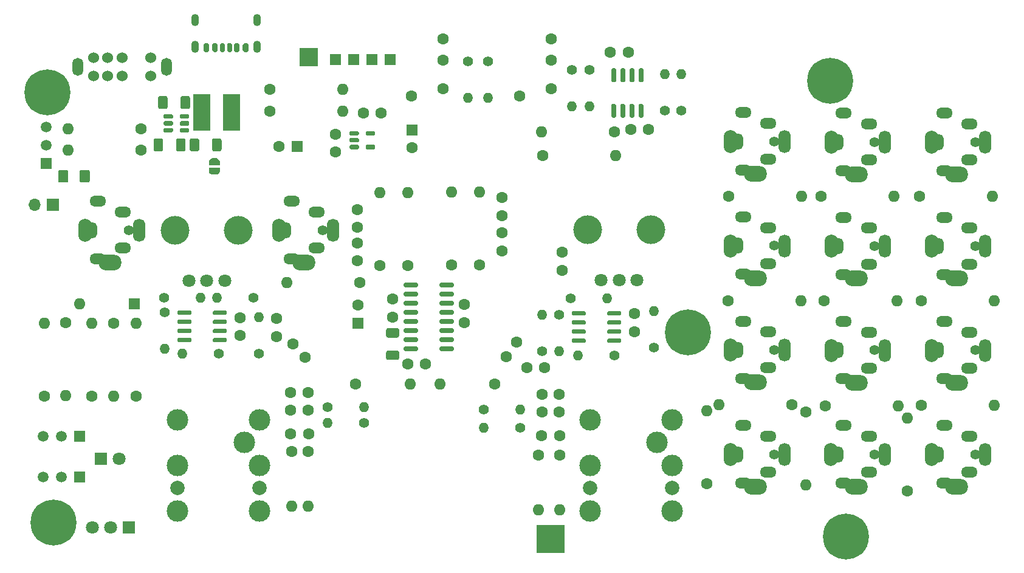
<source format=gts>
G04 #@! TF.GenerationSoftware,KiCad,Pcbnew,9.0.1+1*
G04 #@! TF.CreationDate,2025-10-02T22:25:14+00:00*
G04 #@! TF.ProjectId,spider2,73706964-6572-4322-9e6b-696361645f70,rev?*
G04 #@! TF.SameCoordinates,Original*
G04 #@! TF.FileFunction,Soldermask,Top*
G04 #@! TF.FilePolarity,Negative*
%FSLAX46Y46*%
G04 Gerber Fmt 4.6, Leading zero omitted, Abs format (unit mm)*
G04 Created by KiCad (PCBNEW 9.0.1+1) date 2025-10-02 22:25:14*
%MOMM*%
%LPD*%
G01*
G04 APERTURE LIST*
%ADD10C,1.400000*%
%ADD11O,1.400000X1.400000*%
%ADD12C,1.600000*%
%ADD13O,1.600000X1.600000*%
%ADD14R,1.600000X1.600000*%
%ADD15R,2.500000X2.500000*%
%ADD16O,2.300000X1.500000*%
%ADD17O,1.703200X3.203200*%
%ADD18O,1.903200X3.203200*%
%ADD19O,1.500000X2.300000*%
%ADD20O,3.203200X2.203200*%
%ADD21C,0.800000*%
%ADD22C,6.400000*%
%ADD23C,3.000000*%
%ADD24C,2.000000*%
%ADD25O,1.100000X1.700000*%
%ADD26R,1.500000X1.500000*%
%ADD27C,1.500000*%
%ADD28C,1.524000*%
%ADD29O,1.500000X2.500000*%
%ADD30C,4.000000*%
%ADD31C,1.800000*%
%ADD32R,1.700000X1.700000*%
%ADD33O,1.700000X1.700000*%
%ADD34R,1.800000X1.800000*%
%ADD35R,2.350000X5.100000*%
%ADD36R,4.000000X4.000000*%
G04 APERTURE END LIST*
D10*
X225940000Y-73240000D03*
D11*
X225940000Y-68160000D03*
D12*
X262920000Y-52200000D03*
D13*
X273080000Y-52200000D03*
D12*
X219803450Y-32087766D03*
X222303450Y-32087766D03*
D10*
X214330000Y-66370000D03*
D11*
X219410000Y-66370000D03*
D10*
X227431600Y-40233600D03*
D11*
X227431600Y-35153600D03*
D12*
X187750000Y-61800000D03*
D13*
X187750000Y-51640000D03*
D10*
X220370000Y-74340000D03*
D11*
X215290000Y-74340000D03*
D12*
X263120000Y-81300000D03*
D13*
X273280000Y-81300000D03*
D12*
X177749200Y-87731600D03*
D13*
X177749200Y-95351600D03*
D14*
X192230000Y-42900000D03*
D12*
X192230000Y-45400000D03*
X204750000Y-52350000D03*
X204750000Y-54850000D03*
X204750000Y-59750000D03*
X204750000Y-57250000D03*
D14*
X153475000Y-67125000D03*
D13*
X145855000Y-67125000D03*
D12*
X154433450Y-45747766D03*
D13*
X144273450Y-45747766D03*
D10*
X202800000Y-33400000D03*
D11*
X202800000Y-38480000D03*
D12*
X208175000Y-76050000D03*
X210675000Y-76050000D03*
D15*
X177800000Y-32775000D03*
D16*
X238349112Y-92100000D03*
X241849112Y-90600000D03*
D10*
X242649112Y-88100000D03*
D17*
X244078391Y-88126253D03*
D18*
X236578391Y-88126253D03*
D19*
X237549112Y-88100000D03*
D16*
X238349112Y-84100000D03*
D20*
X240078391Y-92626253D03*
D16*
X241849112Y-85600000D03*
D21*
X248019532Y-36102461D03*
X248722476Y-34405405D03*
X248722476Y-37799517D03*
X250419532Y-33702461D03*
D22*
X250419532Y-36102461D03*
D21*
X250419532Y-38502461D03*
X252116588Y-34405405D03*
X252116588Y-37799517D03*
X252819532Y-36102461D03*
D10*
X157720000Y-68350000D03*
D11*
X157720000Y-73430000D03*
D12*
X199500000Y-69750000D03*
X199500000Y-67250000D03*
D10*
X216890600Y-34518600D03*
D11*
X216890600Y-39598600D03*
D12*
X196550000Y-33200000D03*
X196550000Y-30200000D03*
X192150000Y-38200000D03*
X196550000Y-37200000D03*
X212700000Y-82250000D03*
X212700000Y-79750000D03*
X175620000Y-72700000D03*
X177292827Y-74557862D03*
X175285400Y-85267800D03*
X177785400Y-85267800D03*
X191620000Y-61810000D03*
D13*
X191620000Y-51650000D03*
D12*
X261200000Y-93230000D03*
D13*
X261200000Y-83070000D03*
D12*
X249610000Y-66720000D03*
D13*
X259770000Y-66720000D03*
D23*
X226300000Y-86450000D03*
D24*
X228430000Y-92800000D03*
X217000000Y-92800000D03*
D23*
X217000000Y-96000000D03*
X228430000Y-89650000D03*
X217000000Y-89650000D03*
X228430000Y-96000000D03*
X228430000Y-83300000D03*
X217000000Y-83300000D03*
D12*
X184900000Y-64150000D03*
D13*
X174740000Y-64150000D03*
D23*
X168800000Y-86450000D03*
D24*
X170930000Y-92800000D03*
X159500000Y-92800000D03*
D23*
X159500000Y-96000000D03*
X170930000Y-89650000D03*
X159500000Y-89650000D03*
X170930000Y-96000000D03*
X170930000Y-83300000D03*
X159500000Y-83300000D03*
D12*
X147620000Y-79980000D03*
D13*
X147620000Y-69820000D03*
D12*
X249745000Y-81400000D03*
D13*
X259905000Y-81400000D03*
D10*
X185520000Y-83700000D03*
D11*
X180440000Y-83700000D03*
G36*
G01*
X156190036Y-45650000D02*
X156190036Y-44350000D01*
G75*
G02*
X156440036Y-44100000I250000J0D01*
G01*
X157265036Y-44100000D01*
G75*
G02*
X157515036Y-44350000I0J-250000D01*
G01*
X157515036Y-45650000D01*
G75*
G02*
X157265036Y-45900000I-250000J0D01*
G01*
X156440036Y-45900000D01*
G75*
G02*
X156190036Y-45650000I0J250000D01*
G01*
G37*
G36*
G01*
X159315036Y-45650000D02*
X159315036Y-44350000D01*
G75*
G02*
X159565036Y-44100000I250000J0D01*
G01*
X160390036Y-44100000D01*
G75*
G02*
X160640036Y-44350000I0J-250000D01*
G01*
X160640036Y-45650000D01*
G75*
G02*
X160390036Y-45900000I-250000J0D01*
G01*
X159565036Y-45900000D01*
G75*
G02*
X159315036Y-45650000I0J250000D01*
G01*
G37*
D12*
X249220000Y-52150000D03*
D13*
X259380000Y-52150000D03*
G36*
G01*
X167120000Y-31025000D02*
X167120000Y-31875000D01*
G75*
G02*
X166945000Y-32050000I-175000J0D01*
G01*
X166595000Y-32050000D01*
G75*
G02*
X166420000Y-31875000I0J175000D01*
G01*
X166420000Y-31025000D01*
G75*
G02*
X166595000Y-30850000I175000J0D01*
G01*
X166945000Y-30850000D01*
G75*
G02*
X167120000Y-31025000I0J-175000D01*
G01*
G37*
G36*
G01*
X164370000Y-31860000D02*
X164370000Y-31040000D01*
G75*
G02*
X164560000Y-30850000I190000J0D01*
G01*
X164940000Y-30850000D01*
G75*
G02*
X165130000Y-31040000I0J-190000D01*
G01*
X165130000Y-31860000D01*
G75*
G02*
X164940000Y-32050000I-190000J0D01*
G01*
X164560000Y-32050000D01*
G75*
G02*
X164370000Y-31860000I0J190000D01*
G01*
G37*
G36*
G01*
X163120000Y-31850000D02*
X163120000Y-31050000D01*
G75*
G02*
X163320000Y-30850000I200000J0D01*
G01*
X163720000Y-30850000D01*
G75*
G02*
X163920000Y-31050000I0J-200000D01*
G01*
X163920000Y-31850000D01*
G75*
G02*
X163720000Y-32050000I-200000J0D01*
G01*
X163320000Y-32050000D01*
G75*
G02*
X163120000Y-31850000I0J200000D01*
G01*
G37*
G36*
G01*
X165420000Y-31875000D02*
X165420000Y-31025000D01*
G75*
G02*
X165595000Y-30850000I175000J0D01*
G01*
X165945000Y-30850000D01*
G75*
G02*
X166120000Y-31025000I0J-175000D01*
G01*
X166120000Y-31875000D01*
G75*
G02*
X165945000Y-32050000I-175000J0D01*
G01*
X165595000Y-32050000D01*
G75*
G02*
X165420000Y-31875000I0J175000D01*
G01*
G37*
G36*
G01*
X168170000Y-31040000D02*
X168170000Y-31860000D01*
G75*
G02*
X167980000Y-32050000I-190000J0D01*
G01*
X167600000Y-32050000D01*
G75*
G02*
X167410000Y-31860000I0J190000D01*
G01*
X167410000Y-31040000D01*
G75*
G02*
X167600000Y-30850000I190000J0D01*
G01*
X167980000Y-30850000D01*
G75*
G02*
X168170000Y-31040000I0J-190000D01*
G01*
G37*
G36*
G01*
X169420000Y-31050000D02*
X169420000Y-31850000D01*
G75*
G02*
X169220000Y-32050000I-200000J0D01*
G01*
X168820000Y-32050000D01*
G75*
G02*
X168620000Y-31850000I0J200000D01*
G01*
X168620000Y-31050000D01*
G75*
G02*
X168820000Y-30850000I200000J0D01*
G01*
X169220000Y-30850000D01*
G75*
G02*
X169420000Y-31050000I0J-200000D01*
G01*
G37*
D25*
X170590000Y-31370000D03*
X170590000Y-27570000D03*
X161950000Y-31370000D03*
X161950000Y-27570000D03*
G36*
G01*
X147293450Y-48742767D02*
X147293450Y-49992765D01*
G75*
G02*
X147043449Y-50242766I-250001J0D01*
G01*
X146118451Y-50242766D01*
G75*
G02*
X145868450Y-49992765I0J250001D01*
G01*
X145868450Y-48742767D01*
G75*
G02*
X146118451Y-48492766I250001J0D01*
G01*
X147043449Y-48492766D01*
G75*
G02*
X147293450Y-48742767I0J-250001D01*
G01*
G37*
G36*
G01*
X144318450Y-48742767D02*
X144318450Y-49992765D01*
G75*
G02*
X144068449Y-50242766I-250001J0D01*
G01*
X143143451Y-50242766D01*
G75*
G02*
X142893450Y-49992765I0J250001D01*
G01*
X142893450Y-48742767D01*
G75*
G02*
X143143451Y-48492766I250001J0D01*
G01*
X144068449Y-48492766D01*
G75*
G02*
X144318450Y-48742767I0J-250001D01*
G01*
G37*
D12*
X203708000Y-78282800D03*
D13*
X196088000Y-78282800D03*
D12*
X201600000Y-61700000D03*
D13*
X201600000Y-51540000D03*
D10*
X229743000Y-40233600D03*
D11*
X229743000Y-35153600D03*
D12*
X236195000Y-66725000D03*
D13*
X246355000Y-66725000D03*
D14*
X176192380Y-45200000D03*
D12*
X173692380Y-45200000D03*
X191581400Y-75514200D03*
X194081400Y-75514200D03*
X143980000Y-69810000D03*
D13*
X143980000Y-79970000D03*
D12*
X181500000Y-43500000D03*
X181500000Y-46000000D03*
X247100000Y-82250000D03*
D13*
X247100000Y-92410000D03*
D10*
X210350000Y-73715000D03*
D11*
X210350000Y-68635000D03*
D16*
X238350000Y-63033333D03*
X241850000Y-61533333D03*
D10*
X242650000Y-59033333D03*
D17*
X244079279Y-59059586D03*
D18*
X236579279Y-59059586D03*
D19*
X237550000Y-59033333D03*
D16*
X238350000Y-55033333D03*
D20*
X240079279Y-63559586D03*
D16*
X241850000Y-56533333D03*
G36*
G01*
X214450000Y-68620000D02*
X214450000Y-68320000D01*
G75*
G02*
X214600000Y-68170000I150000J0D01*
G01*
X216250000Y-68170000D01*
G75*
G02*
X216400000Y-68320000I0J-150000D01*
G01*
X216400000Y-68620000D01*
G75*
G02*
X216250000Y-68770000I-150000J0D01*
G01*
X214600000Y-68770000D01*
G75*
G02*
X214450000Y-68620000I0J150000D01*
G01*
G37*
G36*
G01*
X214450000Y-69890000D02*
X214450000Y-69590000D01*
G75*
G02*
X214600000Y-69440000I150000J0D01*
G01*
X216250000Y-69440000D01*
G75*
G02*
X216400000Y-69590000I0J-150000D01*
G01*
X216400000Y-69890000D01*
G75*
G02*
X216250000Y-70040000I-150000J0D01*
G01*
X214600000Y-70040000D01*
G75*
G02*
X214450000Y-69890000I0J150000D01*
G01*
G37*
G36*
G01*
X214450000Y-71160000D02*
X214450000Y-70860000D01*
G75*
G02*
X214600000Y-70710000I150000J0D01*
G01*
X216250000Y-70710000D01*
G75*
G02*
X216400000Y-70860000I0J-150000D01*
G01*
X216400000Y-71160000D01*
G75*
G02*
X216250000Y-71310000I-150000J0D01*
G01*
X214600000Y-71310000D01*
G75*
G02*
X214450000Y-71160000I0J150000D01*
G01*
G37*
G36*
G01*
X214450000Y-72430000D02*
X214450000Y-72130000D01*
G75*
G02*
X214600000Y-71980000I150000J0D01*
G01*
X216250000Y-71980000D01*
G75*
G02*
X216400000Y-72130000I0J-150000D01*
G01*
X216400000Y-72430000D01*
G75*
G02*
X216250000Y-72580000I-150000J0D01*
G01*
X214600000Y-72580000D01*
G75*
G02*
X214450000Y-72430000I0J150000D01*
G01*
G37*
G36*
G01*
X219400000Y-72430000D02*
X219400000Y-72130000D01*
G75*
G02*
X219550000Y-71980000I150000J0D01*
G01*
X221200000Y-71980000D01*
G75*
G02*
X221350000Y-72130000I0J-150000D01*
G01*
X221350000Y-72430000D01*
G75*
G02*
X221200000Y-72580000I-150000J0D01*
G01*
X219550000Y-72580000D01*
G75*
G02*
X219400000Y-72430000I0J150000D01*
G01*
G37*
G36*
G01*
X219400000Y-71160000D02*
X219400000Y-70860000D01*
G75*
G02*
X219550000Y-70710000I150000J0D01*
G01*
X221200000Y-70710000D01*
G75*
G02*
X221350000Y-70860000I0J-150000D01*
G01*
X221350000Y-71160000D01*
G75*
G02*
X221200000Y-71310000I-150000J0D01*
G01*
X219550000Y-71310000D01*
G75*
G02*
X219400000Y-71160000I0J150000D01*
G01*
G37*
G36*
G01*
X219400000Y-69890000D02*
X219400000Y-69590000D01*
G75*
G02*
X219550000Y-69440000I150000J0D01*
G01*
X221200000Y-69440000D01*
G75*
G02*
X221350000Y-69590000I0J-150000D01*
G01*
X221350000Y-69890000D01*
G75*
G02*
X221200000Y-70040000I-150000J0D01*
G01*
X219550000Y-70040000D01*
G75*
G02*
X219400000Y-69890000I0J150000D01*
G01*
G37*
G36*
G01*
X219400000Y-68620000D02*
X219400000Y-68320000D01*
G75*
G02*
X219550000Y-68170000I150000J0D01*
G01*
X221200000Y-68170000D01*
G75*
G02*
X221350000Y-68320000I0J-150000D01*
G01*
X221350000Y-68620000D01*
G75*
G02*
X221200000Y-68770000I-150000J0D01*
G01*
X219550000Y-68770000D01*
G75*
G02*
X219400000Y-68620000I0J150000D01*
G01*
G37*
D26*
X145860000Y-85630000D03*
D27*
X143320000Y-85630000D03*
X140780000Y-85630000D03*
D12*
X173325000Y-69175000D03*
X173325000Y-71675000D03*
X175285400Y-81991200D03*
X175285400Y-79491200D03*
X210388200Y-46456600D03*
D13*
X220548200Y-46456600D03*
D26*
X189176000Y-33075000D03*
D16*
X238350000Y-77566666D03*
X241850000Y-76066666D03*
D10*
X242650000Y-73566666D03*
D17*
X244079279Y-73592919D03*
D18*
X236579279Y-73592919D03*
D19*
X237550000Y-73566666D03*
D16*
X238350000Y-69566666D03*
D20*
X240079279Y-78092919D03*
D16*
X241850000Y-71066666D03*
X175424065Y-60868249D03*
X178924065Y-59368249D03*
D10*
X179724065Y-56868249D03*
D17*
X181153344Y-56894502D03*
D18*
X173653344Y-56894502D03*
D19*
X174624065Y-56868249D03*
D16*
X175424065Y-52868249D03*
D20*
X177153344Y-61394502D03*
D16*
X178924065Y-54368249D03*
D21*
X228260142Y-71088261D03*
X228963086Y-69391205D03*
X228963086Y-72785317D03*
X230660142Y-68688261D03*
D22*
X230660142Y-71088261D03*
D21*
X230660142Y-73488261D03*
X232357198Y-69391205D03*
X232357198Y-72785317D03*
X233060142Y-71088261D03*
D12*
X154413450Y-42747766D03*
D13*
X144253450Y-42747766D03*
G36*
X163917400Y-47850000D02*
G01*
X163917400Y-47350000D01*
X163921678Y-47350000D01*
X163921678Y-47284737D01*
X163955460Y-47158658D01*
X164020723Y-47045619D01*
X164113019Y-46953323D01*
X164226058Y-46888060D01*
X164352137Y-46854278D01*
X164417400Y-46854278D01*
X164417400Y-46850000D01*
X164917400Y-46850000D01*
X164917400Y-46854278D01*
X164982663Y-46854278D01*
X165108742Y-46888060D01*
X165221781Y-46953323D01*
X165314077Y-47045619D01*
X165379340Y-47158658D01*
X165413122Y-47284737D01*
X165413122Y-47350000D01*
X165417400Y-47350000D01*
X165417400Y-47850000D01*
X163917400Y-47850000D01*
G37*
G36*
X165413122Y-48650000D02*
G01*
X165413122Y-48715263D01*
X165379340Y-48841342D01*
X165314077Y-48954381D01*
X165221781Y-49046677D01*
X165108742Y-49111940D01*
X164982663Y-49145722D01*
X164917400Y-49145722D01*
X164917400Y-49150000D01*
X164417400Y-49150000D01*
X164417400Y-49145722D01*
X164352137Y-49145722D01*
X164226058Y-49111940D01*
X164113019Y-49046677D01*
X164020723Y-48954381D01*
X163955460Y-48841342D01*
X163921678Y-48715263D01*
X163921678Y-48650000D01*
X163917400Y-48650000D01*
X163917400Y-48150000D01*
X165417400Y-48150000D01*
X165417400Y-48650000D01*
X165413122Y-48650000D01*
G37*
D16*
X266350000Y-48600000D03*
X269850000Y-47100000D03*
D10*
X270650000Y-44600000D03*
D17*
X272079279Y-44626253D03*
D18*
X264579279Y-44626253D03*
D19*
X265550000Y-44600000D03*
D16*
X266350000Y-40600000D03*
D20*
X268079279Y-49126253D03*
D16*
X269850000Y-42100000D03*
D12*
X184550000Y-56500000D03*
X184550000Y-54000000D03*
D28*
X147803450Y-32877766D03*
X149803450Y-32877766D03*
X151803450Y-32877766D03*
X155803450Y-32877766D03*
X147803450Y-35377766D03*
X149803450Y-35377766D03*
X151803450Y-35377766D03*
X155803450Y-35377766D03*
D29*
X157953450Y-34127766D03*
X145653450Y-34127766D03*
D26*
X181571000Y-33075000D03*
D10*
X202200000Y-81900000D03*
D11*
X207280000Y-81900000D03*
D30*
X159200000Y-56900000D03*
X168000000Y-56900000D03*
D31*
X166100000Y-63900000D03*
X163600000Y-63900000D03*
X161100000Y-63900000D03*
D12*
X206779532Y-72445529D03*
X205310069Y-74468071D03*
X189500000Y-69000000D03*
X189500000Y-66500000D03*
D26*
X184111000Y-33075000D03*
D12*
X172390000Y-37220000D03*
D13*
X182550000Y-37220000D03*
D12*
X175420000Y-87731600D03*
D13*
X175420000Y-95351600D03*
D26*
X186651000Y-33075000D03*
X145860000Y-91247766D03*
D27*
X143320000Y-91247766D03*
X140780000Y-91247766D03*
D12*
X150660000Y-69820000D03*
D13*
X150660000Y-79980000D03*
D16*
X266350000Y-77600000D03*
X269850000Y-76100000D03*
D10*
X270650000Y-73600000D03*
D17*
X272079279Y-73626253D03*
D18*
X264579279Y-73626253D03*
D19*
X265550000Y-73600000D03*
D16*
X266350000Y-69600000D03*
D20*
X268079279Y-78126253D03*
D16*
X269850000Y-71100000D03*
D10*
X157675000Y-66325000D03*
D11*
X162754999Y-66325000D03*
D32*
X142163450Y-53347766D03*
D33*
X139623450Y-53347766D03*
D12*
X187900000Y-40600000D03*
X185400000Y-40600000D03*
X172390000Y-40270000D03*
D13*
X182550000Y-40270000D03*
D21*
X250250000Y-99550000D03*
X250952944Y-97852944D03*
X250952944Y-101247056D03*
X252650000Y-97150000D03*
D22*
X252650000Y-99550000D03*
D21*
X252650000Y-101950000D03*
X254347056Y-97852944D03*
X254347056Y-101247056D03*
X255050000Y-99550000D03*
D12*
X209770000Y-88200000D03*
D13*
X209770000Y-95820000D03*
G36*
G01*
X183470000Y-43550000D02*
X183470000Y-43250000D01*
G75*
G02*
X183620000Y-43100000I150000J0D01*
G01*
X184645000Y-43100000D01*
G75*
G02*
X184795000Y-43250000I0J-150000D01*
G01*
X184795000Y-43550000D01*
G75*
G02*
X184645000Y-43700000I-150000J0D01*
G01*
X183620000Y-43700000D01*
G75*
G02*
X183470000Y-43550000I0J150000D01*
G01*
G37*
G36*
G01*
X183470000Y-44500000D02*
X183470000Y-44200000D01*
G75*
G02*
X183620000Y-44050000I150000J0D01*
G01*
X184645000Y-44050000D01*
G75*
G02*
X184795000Y-44200000I0J-150000D01*
G01*
X184795000Y-44500000D01*
G75*
G02*
X184645000Y-44650000I-150000J0D01*
G01*
X183620000Y-44650000D01*
G75*
G02*
X183470000Y-44500000I0J150000D01*
G01*
G37*
G36*
G01*
X183470000Y-45450000D02*
X183470000Y-45150000D01*
G75*
G02*
X183620000Y-45000000I150000J0D01*
G01*
X184645000Y-45000000D01*
G75*
G02*
X184795000Y-45150000I0J-150000D01*
G01*
X184795000Y-45450000D01*
G75*
G02*
X184645000Y-45600000I-150000J0D01*
G01*
X183620000Y-45600000D01*
G75*
G02*
X183470000Y-45450000I0J150000D01*
G01*
G37*
G36*
G01*
X185745000Y-45450000D02*
X185745000Y-45150000D01*
G75*
G02*
X185895000Y-45000000I150000J0D01*
G01*
X186920000Y-45000000D01*
G75*
G02*
X187070000Y-45150000I0J-150000D01*
G01*
X187070000Y-45450000D01*
G75*
G02*
X186920000Y-45600000I-150000J0D01*
G01*
X185895000Y-45600000D01*
G75*
G02*
X185745000Y-45450000I0J150000D01*
G01*
G37*
G36*
G01*
X185745000Y-43550000D02*
X185745000Y-43250000D01*
G75*
G02*
X185895000Y-43100000I150000J0D01*
G01*
X186920000Y-43100000D01*
G75*
G02*
X187070000Y-43250000I0J-150000D01*
G01*
X187070000Y-43550000D01*
G75*
G02*
X186920000Y-43700000I-150000J0D01*
G01*
X185895000Y-43700000D01*
G75*
G02*
X185745000Y-43550000I0J150000D01*
G01*
G37*
D12*
X236270000Y-52150000D03*
D13*
X246430000Y-52150000D03*
D10*
X214477600Y-34544000D03*
D11*
X214477600Y-39624000D03*
D12*
X211550000Y-33200000D03*
X211550000Y-30200000D03*
X207150000Y-38200000D03*
X211550000Y-37200000D03*
D16*
X266350000Y-63100000D03*
X269850000Y-61600000D03*
D10*
X270650000Y-59100000D03*
D17*
X272079279Y-59126253D03*
D18*
X264579279Y-59126253D03*
D19*
X265550000Y-59100000D03*
D16*
X266350000Y-55100000D03*
D20*
X268079279Y-63626253D03*
D16*
X269850000Y-56600000D03*
X238350000Y-48500000D03*
X241850000Y-47000000D03*
D10*
X242650000Y-44500000D03*
D17*
X244079279Y-44526253D03*
D18*
X236579279Y-44526253D03*
D19*
X237550000Y-44500000D03*
D16*
X238350000Y-40500000D03*
D20*
X240079279Y-49026253D03*
D16*
X241850000Y-42000000D03*
G36*
G01*
X220458400Y-41219800D02*
X220158400Y-41219800D01*
G75*
G02*
X220008400Y-41069800I0J150000D01*
G01*
X220008400Y-39419800D01*
G75*
G02*
X220158400Y-39269800I150000J0D01*
G01*
X220458400Y-39269800D01*
G75*
G02*
X220608400Y-39419800I0J-150000D01*
G01*
X220608400Y-41069800D01*
G75*
G02*
X220458400Y-41219800I-150000J0D01*
G01*
G37*
G36*
G01*
X221728400Y-41219800D02*
X221428400Y-41219800D01*
G75*
G02*
X221278400Y-41069800I0J150000D01*
G01*
X221278400Y-39419800D01*
G75*
G02*
X221428400Y-39269800I150000J0D01*
G01*
X221728400Y-39269800D01*
G75*
G02*
X221878400Y-39419800I0J-150000D01*
G01*
X221878400Y-41069800D01*
G75*
G02*
X221728400Y-41219800I-150000J0D01*
G01*
G37*
G36*
G01*
X222998400Y-41219800D02*
X222698400Y-41219800D01*
G75*
G02*
X222548400Y-41069800I0J150000D01*
G01*
X222548400Y-39419800D01*
G75*
G02*
X222698400Y-39269800I150000J0D01*
G01*
X222998400Y-39269800D01*
G75*
G02*
X223148400Y-39419800I0J-150000D01*
G01*
X223148400Y-41069800D01*
G75*
G02*
X222998400Y-41219800I-150000J0D01*
G01*
G37*
G36*
G01*
X224268400Y-41219800D02*
X223968400Y-41219800D01*
G75*
G02*
X223818400Y-41069800I0J150000D01*
G01*
X223818400Y-39419800D01*
G75*
G02*
X223968400Y-39269800I150000J0D01*
G01*
X224268400Y-39269800D01*
G75*
G02*
X224418400Y-39419800I0J-150000D01*
G01*
X224418400Y-41069800D01*
G75*
G02*
X224268400Y-41219800I-150000J0D01*
G01*
G37*
G36*
G01*
X224268400Y-36269800D02*
X223968400Y-36269800D01*
G75*
G02*
X223818400Y-36119800I0J150000D01*
G01*
X223818400Y-34469800D01*
G75*
G02*
X223968400Y-34319800I150000J0D01*
G01*
X224268400Y-34319800D01*
G75*
G02*
X224418400Y-34469800I0J-150000D01*
G01*
X224418400Y-36119800D01*
G75*
G02*
X224268400Y-36269800I-150000J0D01*
G01*
G37*
G36*
G01*
X222998400Y-36269800D02*
X222698400Y-36269800D01*
G75*
G02*
X222548400Y-36119800I0J150000D01*
G01*
X222548400Y-34469800D01*
G75*
G02*
X222698400Y-34319800I150000J0D01*
G01*
X222998400Y-34319800D01*
G75*
G02*
X223148400Y-34469800I0J-150000D01*
G01*
X223148400Y-36119800D01*
G75*
G02*
X222998400Y-36269800I-150000J0D01*
G01*
G37*
G36*
G01*
X221728400Y-36269800D02*
X221428400Y-36269800D01*
G75*
G02*
X221278400Y-36119800I0J150000D01*
G01*
X221278400Y-34469800D01*
G75*
G02*
X221428400Y-34319800I150000J0D01*
G01*
X221728400Y-34319800D01*
G75*
G02*
X221878400Y-34469800I0J-150000D01*
G01*
X221878400Y-36119800D01*
G75*
G02*
X221728400Y-36269800I-150000J0D01*
G01*
G37*
G36*
G01*
X220458400Y-36269800D02*
X220158400Y-36269800D01*
G75*
G02*
X220008400Y-36119800I0J150000D01*
G01*
X220008400Y-34469800D01*
G75*
G02*
X220158400Y-34319800I150000J0D01*
G01*
X220458400Y-34319800D01*
G75*
G02*
X220608400Y-34469800I0J-150000D01*
G01*
X220608400Y-36119800D01*
G75*
G02*
X220458400Y-36269800I-150000J0D01*
G01*
G37*
D12*
X263120000Y-66750000D03*
D13*
X273280000Y-66750000D03*
D12*
X233260000Y-92180000D03*
D13*
X233260000Y-82020000D03*
D16*
X252350000Y-63100000D03*
X255850000Y-61600000D03*
D10*
X256650000Y-59100000D03*
D17*
X258079279Y-59126253D03*
D18*
X250579279Y-59126253D03*
D19*
X251550000Y-59100000D03*
D16*
X252350000Y-55100000D03*
D20*
X254079279Y-63626253D03*
D16*
X255850000Y-56600000D03*
D10*
X170825000Y-74125000D03*
D11*
X170825000Y-69045000D03*
D16*
X252350000Y-77600000D03*
X255850000Y-76100000D03*
D10*
X256650000Y-73600000D03*
D17*
X258079279Y-73626253D03*
D18*
X250579279Y-73626253D03*
D19*
X251550000Y-73600000D03*
D16*
X252350000Y-69600000D03*
D20*
X254079279Y-78126253D03*
D16*
X255850000Y-71100000D03*
X252350000Y-48600000D03*
X255850000Y-47100000D03*
D10*
X256650000Y-44600000D03*
D17*
X258079279Y-44626253D03*
D18*
X250579279Y-44626253D03*
D19*
X251550000Y-44600000D03*
D16*
X252350000Y-40600000D03*
D20*
X254079279Y-49126253D03*
D16*
X255850000Y-42100000D03*
D10*
X212675000Y-68670000D03*
D11*
X212675000Y-73750000D03*
D10*
X170125000Y-66300000D03*
D11*
X165045000Y-66300000D03*
D12*
X225176400Y-42849800D03*
X222676400Y-42849800D03*
X184550000Y-58650000D03*
X184550000Y-61150000D03*
D16*
X148415198Y-60869712D03*
X151915198Y-59369712D03*
D10*
X152715198Y-56869712D03*
D17*
X154144477Y-56895965D03*
D18*
X146644477Y-56895965D03*
D19*
X147615198Y-56869712D03*
D16*
X148415198Y-52869712D03*
D20*
X150144477Y-61395965D03*
D16*
X151915198Y-54369712D03*
D12*
X168249600Y-71588000D03*
X168249600Y-69088000D03*
D10*
X165270000Y-74100000D03*
D11*
X160190000Y-74100000D03*
D16*
X252349112Y-92100000D03*
X255849112Y-90600000D03*
D10*
X256649112Y-88100000D03*
D17*
X258078391Y-88126253D03*
D18*
X250578391Y-88126253D03*
D19*
X251549112Y-88100000D03*
D16*
X252349112Y-84100000D03*
D20*
X254078391Y-92626253D03*
D16*
X255849112Y-85600000D03*
X266350000Y-92100000D03*
X269850000Y-90600000D03*
D10*
X270650000Y-88100000D03*
D17*
X272079279Y-88126253D03*
D18*
X264579279Y-88126253D03*
D19*
X265550000Y-88100000D03*
D16*
X266350000Y-84100000D03*
D20*
X268079279Y-92626253D03*
D16*
X269850000Y-85600000D03*
D12*
X177698400Y-81991200D03*
X177698400Y-79491200D03*
G36*
G01*
X161267400Y-38450000D02*
X161267400Y-39750000D01*
G75*
G02*
X161017400Y-40000000I-250000J0D01*
G01*
X160192400Y-40000000D01*
G75*
G02*
X159942400Y-39750000I0J250000D01*
G01*
X159942400Y-38450000D01*
G75*
G02*
X160192400Y-38200000I250000J0D01*
G01*
X161017400Y-38200000D01*
G75*
G02*
X161267400Y-38450000I0J-250000D01*
G01*
G37*
G36*
G01*
X158142400Y-38450000D02*
X158142400Y-39750000D01*
G75*
G02*
X157892400Y-40000000I-250000J0D01*
G01*
X157067400Y-40000000D01*
G75*
G02*
X156817400Y-39750000I0J250000D01*
G01*
X156817400Y-38450000D01*
G75*
G02*
X157067400Y-38200000I250000J0D01*
G01*
X157892400Y-38200000D01*
G75*
G02*
X158142400Y-38450000I0J-250000D01*
G01*
G37*
X153730000Y-79980000D03*
D13*
X153730000Y-69820000D03*
D12*
X184300000Y-78300000D03*
D13*
X191920000Y-78300000D03*
G36*
G01*
X161217400Y-45650778D02*
X161217400Y-44350778D01*
G75*
G02*
X161467400Y-44100778I250000J0D01*
G01*
X162292400Y-44100778D01*
G75*
G02*
X162542400Y-44350778I0J-250000D01*
G01*
X162542400Y-45650778D01*
G75*
G02*
X162292400Y-45900778I-250000J0D01*
G01*
X161467400Y-45900778D01*
G75*
G02*
X161217400Y-45650778I0J250000D01*
G01*
G37*
G36*
G01*
X164342400Y-45650778D02*
X164342400Y-44350778D01*
G75*
G02*
X164592400Y-44100778I250000J0D01*
G01*
X165417400Y-44100778D01*
G75*
G02*
X165667400Y-44350778I0J-250000D01*
G01*
X165667400Y-45650778D01*
G75*
G02*
X165417400Y-45900778I-250000J0D01*
G01*
X164592400Y-45900778D01*
G75*
G02*
X164342400Y-45650778I0J250000D01*
G01*
G37*
D34*
X148875000Y-88725000D03*
D31*
X151415000Y-88725000D03*
D10*
X200000000Y-33400000D03*
D11*
X200000000Y-38480000D03*
G36*
G01*
X191050000Y-64670000D02*
X191050000Y-64370000D01*
G75*
G02*
X191200000Y-64220000I150000J0D01*
G01*
X192900000Y-64220000D01*
G75*
G02*
X193050000Y-64370000I0J-150000D01*
G01*
X193050000Y-64670000D01*
G75*
G02*
X192900000Y-64820000I-150000J0D01*
G01*
X191200000Y-64820000D01*
G75*
G02*
X191050000Y-64670000I0J150000D01*
G01*
G37*
G36*
G01*
X191050000Y-65940000D02*
X191050000Y-65640000D01*
G75*
G02*
X191200000Y-65490000I150000J0D01*
G01*
X192900000Y-65490000D01*
G75*
G02*
X193050000Y-65640000I0J-150000D01*
G01*
X193050000Y-65940000D01*
G75*
G02*
X192900000Y-66090000I-150000J0D01*
G01*
X191200000Y-66090000D01*
G75*
G02*
X191050000Y-65940000I0J150000D01*
G01*
G37*
G36*
G01*
X191050000Y-67210000D02*
X191050000Y-66910000D01*
G75*
G02*
X191200000Y-66760000I150000J0D01*
G01*
X192900000Y-66760000D01*
G75*
G02*
X193050000Y-66910000I0J-150000D01*
G01*
X193050000Y-67210000D01*
G75*
G02*
X192900000Y-67360000I-150000J0D01*
G01*
X191200000Y-67360000D01*
G75*
G02*
X191050000Y-67210000I0J150000D01*
G01*
G37*
G36*
G01*
X191050000Y-68480000D02*
X191050000Y-68180000D01*
G75*
G02*
X191200000Y-68030000I150000J0D01*
G01*
X192900000Y-68030000D01*
G75*
G02*
X193050000Y-68180000I0J-150000D01*
G01*
X193050000Y-68480000D01*
G75*
G02*
X192900000Y-68630000I-150000J0D01*
G01*
X191200000Y-68630000D01*
G75*
G02*
X191050000Y-68480000I0J150000D01*
G01*
G37*
G36*
G01*
X191050000Y-69750000D02*
X191050000Y-69450000D01*
G75*
G02*
X191200000Y-69300000I150000J0D01*
G01*
X192900000Y-69300000D01*
G75*
G02*
X193050000Y-69450000I0J-150000D01*
G01*
X193050000Y-69750000D01*
G75*
G02*
X192900000Y-69900000I-150000J0D01*
G01*
X191200000Y-69900000D01*
G75*
G02*
X191050000Y-69750000I0J150000D01*
G01*
G37*
G36*
G01*
X191050000Y-71020000D02*
X191050000Y-70720000D01*
G75*
G02*
X191200000Y-70570000I150000J0D01*
G01*
X192900000Y-70570000D01*
G75*
G02*
X193050000Y-70720000I0J-150000D01*
G01*
X193050000Y-71020000D01*
G75*
G02*
X192900000Y-71170000I-150000J0D01*
G01*
X191200000Y-71170000D01*
G75*
G02*
X191050000Y-71020000I0J150000D01*
G01*
G37*
G36*
G01*
X191050000Y-72290000D02*
X191050000Y-71990000D01*
G75*
G02*
X191200000Y-71840000I150000J0D01*
G01*
X192900000Y-71840000D01*
G75*
G02*
X193050000Y-71990000I0J-150000D01*
G01*
X193050000Y-72290000D01*
G75*
G02*
X192900000Y-72440000I-150000J0D01*
G01*
X191200000Y-72440000D01*
G75*
G02*
X191050000Y-72290000I0J150000D01*
G01*
G37*
G36*
G01*
X191050000Y-73560000D02*
X191050000Y-73260000D01*
G75*
G02*
X191200000Y-73110000I150000J0D01*
G01*
X192900000Y-73110000D01*
G75*
G02*
X193050000Y-73260000I0J-150000D01*
G01*
X193050000Y-73560000D01*
G75*
G02*
X192900000Y-73710000I-150000J0D01*
G01*
X191200000Y-73710000D01*
G75*
G02*
X191050000Y-73560000I0J150000D01*
G01*
G37*
G36*
G01*
X196050000Y-73560000D02*
X196050000Y-73260000D01*
G75*
G02*
X196200000Y-73110000I150000J0D01*
G01*
X197900000Y-73110000D01*
G75*
G02*
X198050000Y-73260000I0J-150000D01*
G01*
X198050000Y-73560000D01*
G75*
G02*
X197900000Y-73710000I-150000J0D01*
G01*
X196200000Y-73710000D01*
G75*
G02*
X196050000Y-73560000I0J150000D01*
G01*
G37*
G36*
G01*
X196050000Y-72290000D02*
X196050000Y-71990000D01*
G75*
G02*
X196200000Y-71840000I150000J0D01*
G01*
X197900000Y-71840000D01*
G75*
G02*
X198050000Y-71990000I0J-150000D01*
G01*
X198050000Y-72290000D01*
G75*
G02*
X197900000Y-72440000I-150000J0D01*
G01*
X196200000Y-72440000D01*
G75*
G02*
X196050000Y-72290000I0J150000D01*
G01*
G37*
G36*
G01*
X196050000Y-71020000D02*
X196050000Y-70720000D01*
G75*
G02*
X196200000Y-70570000I150000J0D01*
G01*
X197900000Y-70570000D01*
G75*
G02*
X198050000Y-70720000I0J-150000D01*
G01*
X198050000Y-71020000D01*
G75*
G02*
X197900000Y-71170000I-150000J0D01*
G01*
X196200000Y-71170000D01*
G75*
G02*
X196050000Y-71020000I0J150000D01*
G01*
G37*
G36*
G01*
X196050000Y-69750000D02*
X196050000Y-69450000D01*
G75*
G02*
X196200000Y-69300000I150000J0D01*
G01*
X197900000Y-69300000D01*
G75*
G02*
X198050000Y-69450000I0J-150000D01*
G01*
X198050000Y-69750000D01*
G75*
G02*
X197900000Y-69900000I-150000J0D01*
G01*
X196200000Y-69900000D01*
G75*
G02*
X196050000Y-69750000I0J150000D01*
G01*
G37*
G36*
G01*
X196050000Y-68480000D02*
X196050000Y-68180000D01*
G75*
G02*
X196200000Y-68030000I150000J0D01*
G01*
X197900000Y-68030000D01*
G75*
G02*
X198050000Y-68180000I0J-150000D01*
G01*
X198050000Y-68480000D01*
G75*
G02*
X197900000Y-68630000I-150000J0D01*
G01*
X196200000Y-68630000D01*
G75*
G02*
X196050000Y-68480000I0J150000D01*
G01*
G37*
G36*
G01*
X196050000Y-67210000D02*
X196050000Y-66910000D01*
G75*
G02*
X196200000Y-66760000I150000J0D01*
G01*
X197900000Y-66760000D01*
G75*
G02*
X198050000Y-66910000I0J-150000D01*
G01*
X198050000Y-67210000D01*
G75*
G02*
X197900000Y-67360000I-150000J0D01*
G01*
X196200000Y-67360000D01*
G75*
G02*
X196050000Y-67210000I0J150000D01*
G01*
G37*
G36*
G01*
X196050000Y-65940000D02*
X196050000Y-65640000D01*
G75*
G02*
X196200000Y-65490000I150000J0D01*
G01*
X197900000Y-65490000D01*
G75*
G02*
X198050000Y-65640000I0J-150000D01*
G01*
X198050000Y-65940000D01*
G75*
G02*
X197900000Y-66090000I-150000J0D01*
G01*
X196200000Y-66090000D01*
G75*
G02*
X196050000Y-65940000I0J150000D01*
G01*
G37*
G36*
G01*
X196050000Y-64670000D02*
X196050000Y-64370000D01*
G75*
G02*
X196200000Y-64220000I150000J0D01*
G01*
X197900000Y-64220000D01*
G75*
G02*
X198050000Y-64370000I0J-150000D01*
G01*
X198050000Y-64670000D01*
G75*
G02*
X197900000Y-64820000I-150000J0D01*
G01*
X196200000Y-64820000D01*
G75*
G02*
X196050000Y-64670000I0J150000D01*
G01*
G37*
D10*
X207280000Y-84425000D03*
D11*
X202200000Y-84425000D03*
D12*
X220395800Y-43180000D03*
D13*
X210235800Y-43180000D03*
D12*
X210290000Y-82226600D03*
X210290000Y-79726600D03*
D30*
X216650000Y-56800000D03*
X225450000Y-56800000D03*
D31*
X223550000Y-63800000D03*
X221050000Y-63800000D03*
X218550000Y-63800000D03*
D12*
X197735200Y-61700000D03*
D13*
X197735200Y-51540000D03*
D12*
X212775000Y-88200000D03*
D13*
X212775000Y-95820000D03*
D12*
X213080600Y-59984000D03*
X213080600Y-62484000D03*
G36*
G01*
X157562500Y-41200000D02*
X157562500Y-40900000D01*
G75*
G02*
X157712500Y-40750000I150000J0D01*
G01*
X158737500Y-40750000D01*
G75*
G02*
X158887500Y-40900000I0J-150000D01*
G01*
X158887500Y-41200000D01*
G75*
G02*
X158737500Y-41350000I-150000J0D01*
G01*
X157712500Y-41350000D01*
G75*
G02*
X157562500Y-41200000I0J150000D01*
G01*
G37*
G36*
G01*
X157562500Y-42150000D02*
X157562500Y-41850000D01*
G75*
G02*
X157712500Y-41700000I150000J0D01*
G01*
X158737500Y-41700000D01*
G75*
G02*
X158887500Y-41850000I0J-150000D01*
G01*
X158887500Y-42150000D01*
G75*
G02*
X158737500Y-42300000I-150000J0D01*
G01*
X157712500Y-42300000D01*
G75*
G02*
X157562500Y-42150000I0J150000D01*
G01*
G37*
G36*
G01*
X157562500Y-43100000D02*
X157562500Y-42800000D01*
G75*
G02*
X157712500Y-42650000I150000J0D01*
G01*
X158737500Y-42650000D01*
G75*
G02*
X158887500Y-42800000I0J-150000D01*
G01*
X158887500Y-43100000D01*
G75*
G02*
X158737500Y-43250000I-150000J0D01*
G01*
X157712500Y-43250000D01*
G75*
G02*
X157562500Y-43100000I0J150000D01*
G01*
G37*
G36*
G01*
X159837500Y-43100000D02*
X159837500Y-42800000D01*
G75*
G02*
X159987500Y-42650000I150000J0D01*
G01*
X161012500Y-42650000D01*
G75*
G02*
X161162500Y-42800000I0J-150000D01*
G01*
X161162500Y-43100000D01*
G75*
G02*
X161012500Y-43250000I-150000J0D01*
G01*
X159987500Y-43250000D01*
G75*
G02*
X159837500Y-43100000I0J150000D01*
G01*
G37*
G36*
G01*
X159837500Y-42150000D02*
X159837500Y-41850000D01*
G75*
G02*
X159987500Y-41700000I150000J0D01*
G01*
X161012500Y-41700000D01*
G75*
G02*
X161162500Y-41850000I0J-150000D01*
G01*
X161162500Y-42150000D01*
G75*
G02*
X161012500Y-42300000I-150000J0D01*
G01*
X159987500Y-42300000D01*
G75*
G02*
X159837500Y-42150000I0J150000D01*
G01*
G37*
G36*
G01*
X159837500Y-41200000D02*
X159837500Y-40900000D01*
G75*
G02*
X159987500Y-40750000I150000J0D01*
G01*
X161012500Y-40750000D01*
G75*
G02*
X161162500Y-40900000I0J-150000D01*
G01*
X161162500Y-41200000D01*
G75*
G02*
X161012500Y-41350000I-150000J0D01*
G01*
X159987500Y-41350000D01*
G75*
G02*
X159837500Y-41200000I0J150000D01*
G01*
G37*
X245080000Y-81225000D03*
D13*
X234920000Y-81225000D03*
D35*
X162867400Y-40500000D03*
X167017400Y-40500000D03*
D34*
X152742934Y-98294059D03*
D31*
X150202934Y-98294059D03*
X147662934Y-98294059D03*
D10*
X180460000Y-81500000D03*
D11*
X185540000Y-81500000D03*
D21*
X139840000Y-97590000D03*
X140542944Y-95892944D03*
X140542944Y-99287056D03*
X142240000Y-95190000D03*
D22*
X142240000Y-97590000D03*
D21*
X142240000Y-99990000D03*
X143937056Y-95892944D03*
X143937056Y-99287056D03*
X144640000Y-97590000D03*
D12*
X140970000Y-79980000D03*
D13*
X140970000Y-69820000D03*
D12*
X223200000Y-71000000D03*
X223200000Y-68500000D03*
X210250000Y-85500000D03*
X212750000Y-85500000D03*
D14*
X184650000Y-69850000D03*
D12*
X184650000Y-67350000D03*
D21*
X138994600Y-37691600D03*
X139697544Y-35994544D03*
X139697544Y-39388656D03*
X141394600Y-35291600D03*
D22*
X141394600Y-37691600D03*
D21*
X141394600Y-40091600D03*
X143091656Y-35994544D03*
X143091656Y-39388656D03*
X143794600Y-37691600D03*
G36*
G01*
X159510000Y-68535000D02*
X159510000Y-68235000D01*
G75*
G02*
X159660000Y-68085000I150000J0D01*
G01*
X161310000Y-68085000D01*
G75*
G02*
X161460000Y-68235000I0J-150000D01*
G01*
X161460000Y-68535000D01*
G75*
G02*
X161310000Y-68685000I-150000J0D01*
G01*
X159660000Y-68685000D01*
G75*
G02*
X159510000Y-68535000I0J150000D01*
G01*
G37*
G36*
G01*
X159510000Y-69805000D02*
X159510000Y-69505000D01*
G75*
G02*
X159660000Y-69355000I150000J0D01*
G01*
X161310000Y-69355000D01*
G75*
G02*
X161460000Y-69505000I0J-150000D01*
G01*
X161460000Y-69805000D01*
G75*
G02*
X161310000Y-69955000I-150000J0D01*
G01*
X159660000Y-69955000D01*
G75*
G02*
X159510000Y-69805000I0J150000D01*
G01*
G37*
G36*
G01*
X159510000Y-71075000D02*
X159510000Y-70775000D01*
G75*
G02*
X159660000Y-70625000I150000J0D01*
G01*
X161310000Y-70625000D01*
G75*
G02*
X161460000Y-70775000I0J-150000D01*
G01*
X161460000Y-71075000D01*
G75*
G02*
X161310000Y-71225000I-150000J0D01*
G01*
X159660000Y-71225000D01*
G75*
G02*
X159510000Y-71075000I0J150000D01*
G01*
G37*
G36*
G01*
X159510000Y-72345000D02*
X159510000Y-72045000D01*
G75*
G02*
X159660000Y-71895000I150000J0D01*
G01*
X161310000Y-71895000D01*
G75*
G02*
X161460000Y-72045000I0J-150000D01*
G01*
X161460000Y-72345000D01*
G75*
G02*
X161310000Y-72495000I-150000J0D01*
G01*
X159660000Y-72495000D01*
G75*
G02*
X159510000Y-72345000I0J150000D01*
G01*
G37*
G36*
G01*
X164460000Y-72345000D02*
X164460000Y-72045000D01*
G75*
G02*
X164610000Y-71895000I150000J0D01*
G01*
X166260000Y-71895000D01*
G75*
G02*
X166410000Y-72045000I0J-150000D01*
G01*
X166410000Y-72345000D01*
G75*
G02*
X166260000Y-72495000I-150000J0D01*
G01*
X164610000Y-72495000D01*
G75*
G02*
X164460000Y-72345000I0J150000D01*
G01*
G37*
G36*
G01*
X164460000Y-71075000D02*
X164460000Y-70775000D01*
G75*
G02*
X164610000Y-70625000I150000J0D01*
G01*
X166260000Y-70625000D01*
G75*
G02*
X166410000Y-70775000I0J-150000D01*
G01*
X166410000Y-71075000D01*
G75*
G02*
X166260000Y-71225000I-150000J0D01*
G01*
X164610000Y-71225000D01*
G75*
G02*
X164460000Y-71075000I0J150000D01*
G01*
G37*
G36*
G01*
X164460000Y-69805000D02*
X164460000Y-69505000D01*
G75*
G02*
X164610000Y-69355000I150000J0D01*
G01*
X166260000Y-69355000D01*
G75*
G02*
X166410000Y-69505000I0J-150000D01*
G01*
X166410000Y-69805000D01*
G75*
G02*
X166260000Y-69955000I-150000J0D01*
G01*
X164610000Y-69955000D01*
G75*
G02*
X164460000Y-69805000I0J150000D01*
G01*
G37*
G36*
G01*
X164460000Y-68535000D02*
X164460000Y-68235000D01*
G75*
G02*
X164610000Y-68085000I150000J0D01*
G01*
X166260000Y-68085000D01*
G75*
G02*
X166410000Y-68235000I0J-150000D01*
G01*
X166410000Y-68535000D01*
G75*
G02*
X166260000Y-68685000I-150000J0D01*
G01*
X164610000Y-68685000D01*
G75*
G02*
X164460000Y-68535000I0J150000D01*
G01*
G37*
G36*
G01*
X188850000Y-70525000D02*
X190150000Y-70525000D01*
G75*
G02*
X190400000Y-70775000I0J-250000D01*
G01*
X190400000Y-71600000D01*
G75*
G02*
X190150000Y-71850000I-250000J0D01*
G01*
X188850000Y-71850000D01*
G75*
G02*
X188600000Y-71600000I0J250000D01*
G01*
X188600000Y-70775000D01*
G75*
G02*
X188850000Y-70525000I250000J0D01*
G01*
G37*
G36*
G01*
X188850000Y-73650000D02*
X190150000Y-73650000D01*
G75*
G02*
X190400000Y-73900000I0J-250000D01*
G01*
X190400000Y-74725000D01*
G75*
G02*
X190150000Y-74975000I-250000J0D01*
G01*
X188850000Y-74975000D01*
G75*
G02*
X188600000Y-74725000I0J250000D01*
G01*
X188600000Y-73900000D01*
G75*
G02*
X188850000Y-73650000I250000J0D01*
G01*
G37*
D26*
X141200000Y-47600000D03*
D27*
X141200000Y-45060000D03*
X141200000Y-42520000D03*
D36*
X211531200Y-99923600D03*
M02*

</source>
